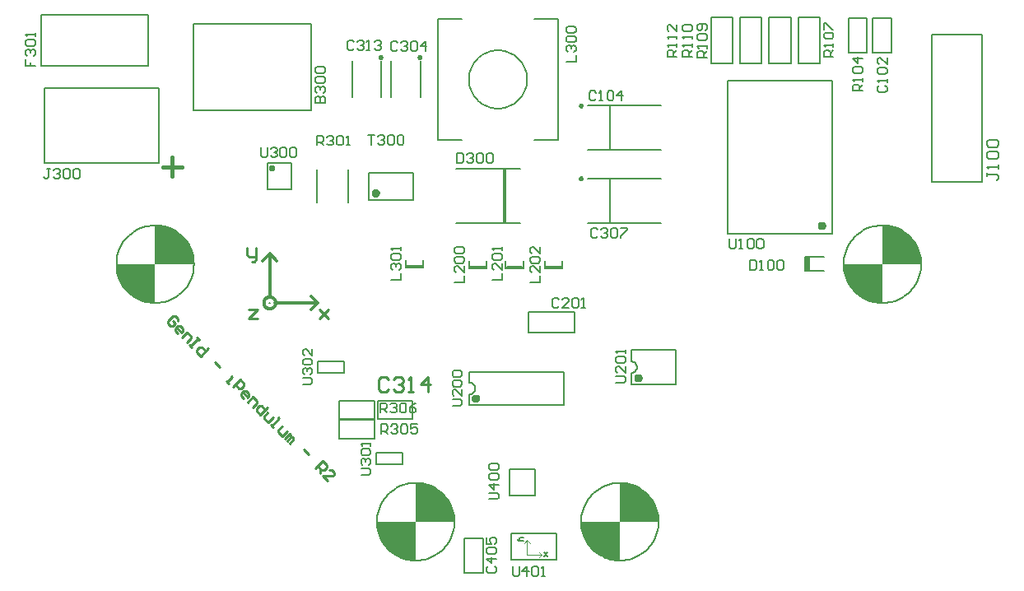
<source format=gto>
%FSTAX23Y23*%
%MOIN*%
%SFA1B1*%

%IPPOS*%
%ADD38C,0.016000*%
%ADD39C,0.008000*%
%ADD42C,0.012000*%
%ADD54C,0.010000*%
%ADD55C,0.004000*%
%ADD56C,0.010000*%
%ADD57C,0.011000*%
%ADD58C,0.009000*%
%ADD59C,0.005000*%
%ADD60R,0.022000X0.055000*%
%LNpendulum-1*%
%LPD*%
G36*
X02402Y00843D02*
X02421Y00839D01*
X02433Y00831*
X02445Y00827*
X02461Y00815*
X02488Y00787*
X02496Y0078*
X02504Y00768*
X02508Y00752*
X02512Y00744*
X02516Y00724*
X0252Y00713*
Y0069*
X02521Y00689*
X02362*
Y00846*
X0239*
X02402Y00843*
G37*
G36*
X03228D02*
X03248Y00839D01*
X0326Y00831*
X03272Y00827*
X03287Y00815*
X03315Y00787*
X03323Y0078*
X03331Y00768*
X03335Y00752*
X03339Y00744*
X03343Y00724*
X03346Y00713*
Y0069*
X03348Y00689*
X03189*
Y00846*
X03217*
X03228Y00843*
G37*
G36*
X02362Y00531D02*
X02335D01*
X02323Y00535*
X02303Y00539*
X02291Y00547*
X0228Y00551*
X02264Y00563*
X02236Y00591*
X02232Y00598*
X02224Y0061*
X02217Y00626*
X02213Y00634*
X02209Y00654*
X02205Y00665*
Y00688*
X02203Y00689*
X02362*
Y00531*
G37*
G36*
X03189D02*
X03161D01*
X0315Y00535*
X0313Y00539*
X03118Y00547*
X03106Y00551*
X03091Y00563*
X03063Y00591*
X03059Y00598*
X03051Y0061*
X03043Y00626*
X03039Y00634*
X03035Y00654*
X03031Y00665*
Y00688*
X0303Y00689*
X03189*
Y00531*
G37*
G36*
X01346Y01886D02*
X01366Y01882D01*
X01378Y01874*
X0139Y0187*
X01406Y01858*
X01433Y01831*
X01441Y01823*
X01449Y01811*
X01453Y01795*
X01457Y01787*
X01461Y01768*
X01465Y01756*
Y01734*
X01466Y01732*
X01307*
Y0189*
X01335*
X01346Y01886*
G37*
G36*
X04291D02*
X04311Y01882D01*
X04323Y01874*
X04335Y0187*
X0435Y01858*
X04378Y01831*
X04386Y01823*
X04394Y01811*
X04398Y01795*
X04402Y01787*
X04406Y01768*
X04409Y01756*
Y01734*
X04411Y01732*
X04252*
Y0189*
X0428*
X04291Y01886*
G37*
G36*
X01307Y01575D02*
X0128D01*
X01268Y01579*
X01248Y01583*
X01236Y01591*
X01224Y01594*
X01209Y01606*
X01181Y01634*
X01177Y01642*
X01169Y01654*
X01161Y01669*
X01157Y01677*
X01154Y01697*
X0115Y01709*
Y01731*
X01148Y01732*
X01307*
Y01575*
G37*
G36*
X04252D02*
X04224D01*
X04213Y01579*
X04193Y01583*
X04181Y01591*
X04169Y01594*
X04154Y01606*
X04126Y01634*
X04122Y01642*
X04114Y01654*
X04106Y01669*
X04102Y01677*
X04098Y01697*
X04094Y01709*
Y01731*
X04093Y01732*
X04252*
Y01575*
G37*
G54D38*
X04016Y01888D02*
D01*
X04015Y01888*
X04015Y01889*
X04015Y01889*
X04015Y0189*
X04015Y0189*
X04015Y01891*
X04015Y01891*
X04014Y01892*
X04014Y01892*
X04014Y01893*
X04013Y01893*
X04013Y01893*
X04012Y01894*
X04012Y01894*
X04012Y01894*
X04011Y01895*
X0401Y01895*
X0401Y01895*
X04009Y01895*
X04009Y01895*
X04008Y01895*
X04008Y01895*
X04007*
X04007Y01895*
X04006Y01895*
X04006Y01895*
X04005Y01895*
X04005Y01895*
X04004Y01895*
X04004Y01894*
X04003Y01894*
X04003Y01894*
X04002Y01893*
X04002Y01893*
X04001Y01893*
X04001Y01892*
X04001Y01892*
X04Y01891*
X04Y01891*
X04Y0189*
X04Y0189*
X04Y01889*
X04Y01889*
X04Y01888*
X04Y01888*
X04Y01887*
X04Y01886*
X04Y01886*
X04Y01885*
X04Y01885*
X04Y01884*
X04Y01884*
X04001Y01883*
X04001Y01883*
X04001Y01882*
X04002Y01882*
X04002Y01882*
X04003Y01881*
X04003Y01881*
X04004Y01881*
X04004Y0188*
X04005Y0188*
X04005Y0188*
X04006Y0188*
X04006Y0188*
X04007Y0188*
X04007Y0188*
X04008*
X04008Y0188*
X04009Y0188*
X04009Y0188*
X0401Y0188*
X0401Y0188*
X04011Y0188*
X04012Y01881*
X04012Y01881*
X04012Y01881*
X04013Y01882*
X04013Y01882*
X04014Y01882*
X04014Y01883*
X04014Y01883*
X04015Y01884*
X04015Y01884*
X04015Y01885*
X04015Y01885*
X04015Y01886*
X04015Y01886*
X04015Y01887*
X04016Y01888*
X03272Y01272D02*
D01*
X03271Y01272*
X03271Y01273*
X03271Y01273*
X03271Y01274*
X03271Y01274*
X03271Y01275*
X03271Y01275*
X0327Y01276*
X0327Y01276*
X0327Y01277*
X03269Y01277*
X03269Y01277*
X03268Y01278*
X03268Y01278*
X03268Y01278*
X03267Y01279*
X03266Y01279*
X03266Y01279*
X03265Y01279*
X03265Y01279*
X03264Y01279*
X03264Y01279*
X03263*
X03263Y01279*
X03262Y01279*
X03262Y01279*
X03261Y01279*
X03261Y01279*
X0326Y01279*
X0326Y01278*
X03259Y01278*
X03259Y01278*
X03258Y01277*
X03258Y01277*
X03257Y01277*
X03257Y01276*
X03257Y01276*
X03256Y01275*
X03256Y01275*
X03256Y01274*
X03256Y01274*
X03256Y01273*
X03256Y01273*
X03256Y01272*
X03256Y01272*
X03256Y01271*
X03256Y0127*
X03256Y0127*
X03256Y01269*
X03256Y01269*
X03256Y01268*
X03256Y01268*
X03257Y01267*
X03257Y01267*
X03257Y01266*
X03258Y01266*
X03258Y01266*
X03259Y01265*
X03259Y01265*
X0326Y01265*
X0326Y01264*
X03261Y01264*
X03261Y01264*
X03262Y01264*
X03262Y01264*
X03263Y01264*
X03263Y01264*
X03264*
X03264Y01264*
X03265Y01264*
X03265Y01264*
X03266Y01264*
X03266Y01264*
X03267Y01264*
X03268Y01265*
X03268Y01265*
X03268Y01265*
X03269Y01266*
X03269Y01266*
X0327Y01266*
X0327Y01267*
X0327Y01267*
X03271Y01268*
X03271Y01268*
X03271Y01269*
X03271Y01269*
X03271Y0127*
X03271Y0127*
X03271Y01271*
X03272Y01272*
X02614Y01189D02*
D01*
X02613Y01189*
X02613Y0119*
X02613Y0119*
X02613Y01191*
X02613Y01191*
X02613Y01192*
X02613Y01192*
X02612Y01193*
X02612Y01193*
X02612Y01194*
X02611Y01194*
X02611Y01194*
X0261Y01195*
X0261Y01195*
X0261Y01195*
X02609Y01196*
X02608Y01196*
X02608Y01196*
X02607Y01196*
X02607Y01196*
X02606Y01196*
X02606Y01196*
X02605*
X02605Y01196*
X02604Y01196*
X02604Y01196*
X02603Y01196*
X02603Y01196*
X02602Y01196*
X02602Y01195*
X02601Y01195*
X02601Y01195*
X026Y01194*
X026Y01194*
X02599Y01194*
X02599Y01193*
X02599Y01193*
X02598Y01192*
X02598Y01192*
X02598Y01191*
X02598Y01191*
X02598Y0119*
X02598Y0119*
X02598Y01189*
X02598Y01189*
X02598Y01188*
X02598Y01187*
X02598Y01187*
X02598Y01186*
X02598Y01186*
X02598Y01185*
X02598Y01185*
X02599Y01184*
X02599Y01184*
X02599Y01183*
X026Y01183*
X026Y01183*
X02601Y01182*
X02601Y01182*
X02602Y01182*
X02602Y01181*
X02603Y01181*
X02603Y01181*
X02604Y01181*
X02604Y01181*
X02605Y01181*
X02605Y01181*
X02606*
X02606Y01181*
X02607Y01181*
X02607Y01181*
X02608Y01181*
X02608Y01181*
X02609Y01181*
X0261Y01182*
X0261Y01182*
X0261Y01182*
X02611Y01183*
X02611Y01183*
X02612Y01183*
X02612Y01184*
X02612Y01184*
X02613Y01185*
X02613Y01185*
X02613Y01186*
X02613Y01186*
X02613Y01187*
X02613Y01187*
X02613Y01188*
X02614Y01189*
X01784Y02122D02*
D01*
X01783Y02122*
X01783Y02122*
X01783Y02122*
X01783Y02123*
X01783Y02123*
X01783Y02123*
X01783Y02123*
X01783Y02124*
X01783Y02124*
X01783Y02124*
X01782Y02124*
X01782Y02124*
X01782Y02125*
X01782Y02125*
X01782Y02125*
X01781Y02125*
X01781Y02125*
X01781Y02125*
X0178Y02125*
X0178Y02125*
X0178Y02125*
X0178Y02125*
X01779*
X01779Y02125*
X01779Y02125*
X01779Y02125*
X01778Y02125*
X01778Y02125*
X01778Y02125*
X01778Y02125*
X01777Y02125*
X01777Y02125*
X01777Y02124*
X01777Y02124*
X01776Y02124*
X01776Y02124*
X01776Y02124*
X01776Y02123*
X01776Y02123*
X01776Y02123*
X01776Y02123*
X01776Y02122*
X01776Y02122*
X01776Y02122*
X01776Y02122*
X01776Y02121*
X01776Y02121*
X01776Y02121*
X01776Y0212*
X01776Y0212*
X01776Y0212*
X01776Y0212*
X01776Y02119*
X01776Y02119*
X01776Y02119*
X01777Y02119*
X01777Y02119*
X01777Y02118*
X01777Y02118*
X01778Y02118*
X01778Y02118*
X01778Y02118*
X01778Y02118*
X01779Y02118*
X01779Y02118*
X01779Y02118*
X01779Y02118*
X0178*
X0178Y02118*
X0178Y02118*
X0178Y02118*
X01781Y02118*
X01781Y02118*
X01781Y02118*
X01782Y02118*
X01782Y02118*
X01782Y02118*
X01782Y02119*
X01782Y02119*
X01783Y02119*
X01783Y02119*
X01783Y02119*
X01783Y0212*
X01783Y0212*
X01783Y0212*
X01783Y0212*
X01783Y02121*
X01783Y02121*
X01783Y02121*
X01784Y02122*
X02209Y0202D02*
D01*
X02208Y0202*
X02208Y02021*
X02208Y02021*
X02208Y02022*
X02208Y02022*
X02208Y02023*
X02208Y02023*
X02207Y02024*
X02207Y02024*
X02207Y02025*
X02206Y02025*
X02206Y02025*
X02205Y02026*
X02205Y02026*
X02205Y02026*
X02204Y02027*
X02203Y02027*
X02203Y02027*
X02202Y02027*
X02202Y02027*
X02201Y02027*
X02201Y02027*
X022*
X022Y02027*
X02199Y02027*
X02199Y02027*
X02198Y02027*
X02198Y02027*
X02197Y02027*
X02197Y02026*
X02196Y02026*
X02196Y02026*
X02195Y02025*
X02195Y02025*
X02194Y02025*
X02194Y02024*
X02194Y02024*
X02193Y02023*
X02193Y02023*
X02193Y02022*
X02193Y02022*
X02193Y02021*
X02193Y02021*
X02193Y0202*
X02193Y0202*
X02193Y02019*
X02193Y02018*
X02193Y02018*
X02193Y02017*
X02193Y02017*
X02193Y02016*
X02193Y02016*
X02194Y02015*
X02194Y02015*
X02194Y02014*
X02195Y02014*
X02195Y02014*
X02196Y02013*
X02196Y02013*
X02197Y02013*
X02197Y02012*
X02198Y02012*
X02198Y02012*
X02199Y02012*
X02199Y02012*
X022Y02012*
X022Y02012*
X02201*
X02201Y02012*
X02202Y02012*
X02202Y02012*
X02203Y02012*
X02203Y02012*
X02204Y02012*
X02205Y02013*
X02205Y02013*
X02205Y02013*
X02206Y02014*
X02206Y02014*
X02207Y02014*
X02207Y02015*
X02207Y02015*
X02208Y02016*
X02208Y02016*
X02208Y02017*
X02208Y02017*
X02208Y02018*
X02208Y02018*
X02208Y02019*
X02209Y0202*
X01378Y02087D02*
Y02165D01*
X01339Y02126D02*
X01417D01*
G54D39*
X01775Y01575D02*
D01*
X01774Y01575*
X01774Y01575*
X01774Y01575*
X01774Y01575*
X01774Y01575*
X01774Y01575*
X01774Y01575*
X01774Y01576*
X01774Y01576*
X01774Y01576*
X01774Y01576*
X01774Y01576*
X01774Y01576*
X01774Y01576*
X01774Y01576*
X01773Y01576*
X01773Y01576*
X01773Y01576*
X01773Y01576*
X01773Y01576*
X01773Y01576*
X01773Y01576*
X01772*
X01772Y01576*
X01772Y01576*
X01772Y01576*
X01772Y01576*
X01772Y01576*
X01772Y01576*
X01772Y01576*
X01771Y01576*
X01771Y01576*
X01771Y01576*
X01771Y01576*
X01771Y01576*
X01771Y01576*
X01771Y01576*
X01771Y01575*
X01771Y01575*
X01771Y01575*
X01771Y01575*
X01771Y01575*
X01771Y01575*
X01771Y01575*
X01771Y01575*
X01771Y01574*
X01771Y01574*
X01771Y01574*
X01771Y01574*
X01771Y01574*
X01771Y01574*
X01771Y01574*
X01771Y01573*
X01771Y01573*
X01771Y01573*
X01771Y01573*
X01771Y01573*
X01771Y01573*
X01771Y01573*
X01772Y01573*
X01772Y01573*
X01772Y01573*
X01772Y01573*
X01772Y01573*
X01772Y01573*
X01772Y01573*
X01772Y01573*
X01773*
X01773Y01573*
X01773Y01573*
X01773Y01573*
X01773Y01573*
X01773Y01573*
X01773Y01573*
X01774Y01573*
X01774Y01573*
X01774Y01573*
X01774Y01573*
X01774Y01573*
X01774Y01573*
X01774Y01573*
X01774Y01573*
X01774Y01574*
X01774Y01574*
X01774Y01574*
X01774Y01574*
X01774Y01574*
X01774Y01574*
X01774Y01574*
X01775Y01575*
X03236Y01291D02*
D01*
X03237Y01291*
X03239Y01291*
X0324Y01291*
X03242Y01291*
X03244Y01292*
X03245Y01293*
X03247Y01293*
X03248Y01294*
X0325Y01295*
X03251Y01296*
X03252Y01297*
X03253Y01298*
X03254Y013*
X03255Y01301*
X03256Y01303*
X03257Y01304*
X03258Y01306*
X03258Y01307*
X03259Y01309*
X03259Y0131*
X03259Y01312*
X03259Y01314*
Y01315*
X03259Y01317*
X03259Y01319*
X03259Y0132*
X03258Y01322*
X03258Y01323*
X03257Y01325*
X03256Y01327*
X03255Y01328*
X03254Y01329*
X03253Y01331*
X03252Y01332*
X03251Y01333*
X0325Y01334*
X03248Y01335*
X03247Y01336*
X03245Y01336*
X03244Y01337*
X03242Y01338*
X0324Y01338*
X03239Y01338*
X03237Y01338*
X03236Y01339*
X02581Y01205D02*
D01*
X02582Y01205*
X02584Y01205*
X02585Y01205*
X02587Y01205*
X02589Y01206*
X0259Y01207*
X02592Y01207*
X02593Y01208*
X02595Y01209*
X02596Y0121*
X02597Y01211*
X02598Y01212*
X02599Y01214*
X026Y01215*
X02601Y01217*
X02602Y01218*
X02603Y0122*
X02603Y01221*
X02604Y01223*
X02604Y01224*
X02604Y01226*
X02604Y01228*
Y01229*
X02604Y01231*
X02604Y01233*
X02604Y01234*
X02603Y01236*
X02603Y01237*
X02602Y01239*
X02601Y01241*
X026Y01242*
X02599Y01243*
X02598Y01245*
X02597Y01246*
X02596Y01247*
X02595Y01248*
X02593Y01249*
X02592Y0125*
X0259Y0125*
X02589Y01251*
X02587Y01252*
X02585Y01252*
X02584Y01252*
X02582Y01252*
X02581Y01252*
X02815Y0248D02*
D01*
X02814Y02488*
X02813Y02496*
X02812Y02504*
X0281Y02512*
X02807Y0252*
X02804Y02527*
X02801Y02535*
X02797Y02542*
X02792Y02549*
X02787Y02555*
X02781Y02561*
X02775Y02567*
X02769Y02572*
X02762Y02577*
X02756Y02582*
X02748Y02586*
X02741Y02589*
X02733Y02592*
X02725Y02594*
X02717Y02596*
X02709Y02597*
X02701Y02597*
X02692*
X02684Y02597*
X02676Y02596*
X02668Y02594*
X0266Y02592*
X02652Y02589*
X02645Y02586*
X02638Y02582*
X02631Y02577*
X02624Y02572*
X02618Y02567*
X02612Y02561*
X02606Y02555*
X02601Y02549*
X02596Y02542*
X02592Y02535*
X02589Y02527*
X02586Y0252*
X02583Y02512*
X02581Y02504*
X0258Y02496*
X02579Y02488*
X02579Y0248*
X02579Y02471*
X0258Y02463*
X02581Y02455*
X02583Y02447*
X02586Y02439*
X02589Y02432*
X02592Y02424*
X02596Y02417*
X02601Y0241*
X02606Y02404*
X02612Y02398*
X02618Y02392*
X02624Y02387*
X02631Y02382*
X02638Y02377*
X02645Y02373*
X02652Y0237*
X0266Y02367*
X02668Y02365*
X02676Y02363*
X02684Y02362*
X02692Y02362*
X02701*
X02709Y02362*
X02717Y02363*
X02725Y02365*
X02733Y02367*
X02741Y0237*
X02748Y02373*
X02756Y02377*
X02762Y02382*
X02769Y02387*
X02775Y02392*
X02781Y02398*
X02787Y02404*
X02792Y0241*
X02797Y02417*
X02801Y02424*
X02804Y02432*
X02807Y02439*
X0281Y02447*
X02812Y02455*
X02813Y02463*
X02814Y02471*
X02815Y0248*
X03348Y00689D02*
D01*
X03347Y00699*
X03346Y0071*
X03344Y00721*
X03341Y00732*
X03338Y00742*
X03334Y00752*
X03329Y00762*
X03324Y00772*
X03318Y00781*
X03311Y00789*
X03303Y00798*
X03296Y00805*
X03287Y00812*
X03278Y00819*
X03269Y00824*
X03259Y0083*
X03249Y00834*
X03239Y00838*
X03228Y00841*
X03218Y00843*
X03207Y00845*
X03196Y00845*
X03185*
X03174Y00845*
X03163Y00843*
X03153Y00841*
X03142Y00838*
X03132Y00834*
X03122Y0083*
X03112Y00824*
X03103Y00819*
X03094Y00812*
X03085Y00805*
X03078Y00798*
X0307Y00789*
X03063Y00781*
X03057Y00772*
X03052Y00762*
X03047Y00752*
X03043Y00742*
X0304Y00732*
X03037Y00721*
X03035Y0071*
X03034Y00699*
X03034Y00689*
X03034Y00678*
X03035Y00667*
X03037Y00656*
X0304Y00645*
X03043Y00635*
X03047Y00625*
X03052Y00615*
X03057Y00605*
X03063Y00596*
X0307Y00588*
X03078Y00579*
X03085Y00572*
X03094Y00565*
X03103Y00558*
X03112Y00553*
X03122Y00547*
X03132Y00543*
X03142Y00539*
X03153Y00536*
X03163Y00534*
X03174Y00532*
X03185Y00532*
X03196*
X03207Y00532*
X03218Y00534*
X03228Y00536*
X03239Y00539*
X03249Y00543*
X03259Y00547*
X03269Y00553*
X03278Y00558*
X03287Y00565*
X03296Y00572*
X03303Y00579*
X03311Y00588*
X03318Y00596*
X03324Y00605*
X03329Y00615*
X03334Y00625*
X03338Y00635*
X03341Y00645*
X03344Y00656*
X03346Y00667*
X03347Y00678*
X03348Y00689*
X02521D02*
D01*
X0252Y00699*
X02519Y0071*
X02517Y00721*
X02514Y00732*
X02511Y00742*
X02507Y00752*
X02502Y00762*
X02497Y00772*
X02491Y00781*
X02484Y00789*
X02476Y00798*
X02469Y00805*
X0246Y00812*
X02451Y00819*
X02442Y00824*
X02432Y0083*
X02422Y00834*
X02412Y00838*
X02401Y00841*
X02391Y00843*
X0238Y00845*
X02369Y00845*
X02358*
X02347Y00845*
X02336Y00843*
X02326Y00841*
X02315Y00838*
X02305Y00834*
X02295Y0083*
X02285Y00824*
X02276Y00819*
X02267Y00812*
X02258Y00805*
X02251Y00798*
X02243Y00789*
X02236Y00781*
X0223Y00772*
X02225Y00762*
X0222Y00752*
X02216Y00742*
X02213Y00732*
X0221Y00721*
X02208Y0071*
X02207Y00699*
X02207Y00689*
X02207Y00678*
X02208Y00667*
X0221Y00656*
X02213Y00645*
X02216Y00635*
X0222Y00625*
X02225Y00615*
X0223Y00605*
X02236Y00596*
X02243Y00588*
X02251Y00579*
X02258Y00572*
X02267Y00565*
X02276Y00558*
X02285Y00553*
X02295Y00547*
X02305Y00543*
X02315Y00539*
X02326Y00536*
X02336Y00534*
X02347Y00532*
X02358Y00532*
X02369*
X0238Y00532*
X02391Y00534*
X02401Y00536*
X02412Y00539*
X02422Y00543*
X02432Y00547*
X02442Y00553*
X02451Y00558*
X0246Y00565*
X02469Y00572*
X02476Y00579*
X02484Y00588*
X02491Y00596*
X02497Y00605*
X02502Y00615*
X02507Y00625*
X02511Y00635*
X02514Y00645*
X02517Y00656*
X02519Y00667*
X0252Y00678*
X02521Y00689*
X01466Y01732D02*
D01*
X01465Y01742*
X01464Y01753*
X01462Y01764*
X01459Y01775*
X01456Y01785*
X01452Y01795*
X01447Y01805*
X01442Y01815*
X01436Y01824*
X01429Y01832*
X01421Y01841*
X01414Y01848*
X01405Y01855*
X01396Y01862*
X01387Y01867*
X01377Y01873*
X01367Y01877*
X01357Y01881*
X01346Y01884*
X01336Y01886*
X01325Y01888*
X01314Y01888*
X01303*
X01292Y01888*
X01281Y01886*
X01271Y01884*
X0126Y01881*
X0125Y01877*
X0124Y01873*
X0123Y01867*
X01221Y01862*
X01212Y01855*
X01203Y01848*
X01196Y01841*
X01188Y01832*
X01181Y01824*
X01175Y01815*
X0117Y01805*
X01165Y01795*
X01161Y01785*
X01158Y01775*
X01155Y01764*
X01153Y01753*
X01152Y01742*
X01152Y01732*
X01152Y01721*
X01153Y0171*
X01155Y01699*
X01158Y01688*
X01161Y01678*
X01165Y01668*
X0117Y01658*
X01175Y01648*
X01181Y01639*
X01188Y01631*
X01196Y01622*
X01203Y01615*
X01212Y01608*
X01221Y01601*
X0123Y01596*
X0124Y0159*
X0125Y01586*
X0126Y01582*
X01271Y01579*
X01281Y01577*
X01292Y01575*
X01303Y01575*
X01314*
X01325Y01575*
X01336Y01577*
X01346Y01579*
X01357Y01582*
X01367Y01586*
X01377Y0159*
X01387Y01596*
X01396Y01601*
X01405Y01608*
X01414Y01615*
X01421Y01622*
X01429Y01631*
X01436Y01639*
X01442Y01648*
X01447Y01658*
X01452Y01668*
X01456Y01678*
X01459Y01688*
X01462Y01699*
X01464Y0171*
X01465Y01721*
X01466Y01732*
X04411D02*
D01*
X0441Y01742*
X04409Y01753*
X04407Y01764*
X04404Y01775*
X04401Y01785*
X04397Y01795*
X04392Y01805*
X04387Y01815*
X04381Y01824*
X04374Y01832*
X04366Y01841*
X04359Y01848*
X0435Y01855*
X04341Y01862*
X04332Y01867*
X04322Y01873*
X04312Y01877*
X04302Y01881*
X04291Y01884*
X04281Y01886*
X0427Y01888*
X04259Y01888*
X04248*
X04237Y01888*
X04226Y01886*
X04216Y01884*
X04205Y01881*
X04195Y01877*
X04185Y01873*
X04175Y01867*
X04166Y01862*
X04157Y01855*
X04148Y01848*
X04141Y01841*
X04133Y01832*
X04126Y01824*
X0412Y01815*
X04115Y01805*
X0411Y01795*
X04106Y01785*
X04103Y01775*
X041Y01764*
X04098Y01753*
X04097Y01742*
X04097Y01732*
X04097Y01721*
X04098Y0171*
X041Y01699*
X04103Y01688*
X04106Y01678*
X0411Y01668*
X04115Y01658*
X0412Y01648*
X04126Y01639*
X04133Y01631*
X04141Y01622*
X04148Y01615*
X04157Y01608*
X04166Y01601*
X04175Y01596*
X04185Y0159*
X04195Y01586*
X04205Y01582*
X04216Y01579*
X04226Y01577*
X04237Y01575*
X04248Y01575*
X04259*
X0427Y01575*
X04281Y01577*
X04291Y01579*
X04302Y01582*
X04312Y01586*
X04322Y0159*
X04332Y01596*
X04341Y01601*
X0435Y01608*
X04359Y01615*
X04366Y01622*
X04374Y01631*
X04381Y01639*
X04387Y01648*
X04392Y01658*
X04397Y01668*
X04401Y01678*
X04404Y01688*
X04407Y01699*
X04409Y0171*
X0441Y01721*
X04411Y01732*
X0086Y02445D02*
X01325D01*
Y02142D02*
Y02445D01*
X0086Y02142D02*
X01325D01*
X0086D02*
Y02445D01*
X0194Y02353D02*
Y02703D01*
X01465Y02353D02*
X0194D01*
X01465D02*
Y02703D01*
X0194*
X04049Y0247D02*
X04051Y02472D01*
X03628Y01856D02*
X04049D01*
Y0247*
Y02474D02*
X04051Y02472D01*
X03628Y02474D02*
X04049D01*
X03628Y01856D02*
Y02474D01*
X02106Y02407D02*
Y02553D01*
X02224Y02407D02*
Y02553D01*
X00846Y02533D02*
X0128D01*
X00846Y02742D02*
X0128D01*
X00846Y02533D02*
Y02742D01*
X0128Y02533D02*
Y02742D01*
X02055Y01179D02*
X02197D01*
X02055Y01104D02*
X02197D01*
X02055D02*
Y01179D01*
X02197Y01104D02*
Y01179D01*
X02055Y01026D02*
X02197D01*
X02055Y011D02*
X02197D01*
Y01026D02*
Y011D01*
X02055Y01026D02*
Y011D01*
X01965Y0198D02*
Y02114D01*
X02091Y0198D02*
Y02114D01*
X03559Y02543D02*
X03646D01*
X03559Y02732D02*
X03646D01*
Y02543D02*
Y02732D01*
X03559Y02543D02*
Y02732D01*
X03677Y02543D02*
X03764D01*
X03677Y02732D02*
X03764D01*
Y02543D02*
Y02732D01*
X03677Y02543D02*
Y02732D01*
X03795Y02543D02*
X03882D01*
X03795Y02732D02*
X03882D01*
Y02543D02*
Y02732D01*
X03795Y02543D02*
Y02732D01*
X03913Y02543D02*
X04D01*
X03913Y02732D02*
X04D01*
Y02543D02*
Y02732D01*
X03913Y02543D02*
Y02732D01*
X04191Y02587D02*
Y02728D01*
X04116Y02587D02*
Y02728D01*
X04191*
X04116Y02587D02*
X04191D01*
X02528Y02118D02*
X02669D01*
X02528Y01898D02*
X02787D01*
X02669Y02118D02*
X02787D01*
X02726Y01898D02*
Y02118D01*
X02719Y01898D02*
Y02118D01*
X04215Y02728D02*
X04289D01*
X04215Y02587D02*
X04289D01*
Y02728*
X04215Y02587D02*
Y02728D01*
X03236Y01386D02*
X03417D01*
X03236Y01244D02*
X03417D01*
Y01386*
X03236Y01339D02*
Y01386D01*
Y01244D02*
Y01291D01*
X02819Y01453D02*
X03008D01*
X02819Y01539D02*
X03008D01*
X02819Y01453D02*
Y01539D01*
X03008Y01453D02*
Y01539D01*
X02327Y01724D02*
X0239D01*
X02323Y01717D02*
Y01748D01*
X02394Y01717D02*
Y01748D01*
X02323Y01717D02*
X02394D01*
X02073Y01291D02*
Y01339D01*
X01967D02*
X02073D01*
X01967Y01291D02*
Y01339D01*
Y01291D02*
X02073D01*
X02309Y00921D02*
Y00969D01*
X02203D02*
X02309D01*
X02203Y00921D02*
Y00969D01*
Y00921D02*
X02309D01*
X02561Y00622D02*
X02636D01*
X02561Y0048D02*
X02636D01*
Y00622*
X02561Y0048D02*
Y00622D01*
X02848Y00793D02*
Y009D01*
X02742Y00793D02*
X02848D01*
X02742D02*
Y009D01*
X02744D02*
D01*
X02848*
X02742D02*
X02744D01*
X02935Y00533D02*
Y0064D01*
X0275Y00533D02*
X02935D01*
X0275D02*
Y0064D01*
X02935*
X02579Y01295D02*
X02965D01*
X02579Y01161D02*
X02965D01*
Y01295*
X02579Y01252D02*
Y01295D01*
Y01161D02*
Y01205D01*
X02583Y0172D02*
X02646D01*
X02579Y01713D02*
Y01744D01*
X0265Y01713D02*
Y01744D01*
X02579Y01713D02*
X0265D01*
X02732Y0172D02*
X02795D01*
X02728Y01713D02*
Y01744D01*
X02799Y01713D02*
Y01744D01*
X02728Y01713D02*
X02799D01*
X0289Y0172D02*
X02953D01*
X02886Y01713D02*
Y01744D01*
X02957Y01713D02*
Y01744D01*
X02886Y01713D02*
X02957D01*
X02453Y02236D02*
X02551D01*
X02453Y02724D02*
X02551D01*
X02843Y02236D02*
X02941D01*
X02843Y02724D02*
X02941D01*
X02453Y02236D02*
Y02724D01*
X02941Y02236D02*
Y02724D01*
X01762Y02033D02*
Y0214D01*
X01861Y02033D02*
Y0214D01*
X01762D02*
X01861D01*
X01762Y02033D02*
X01861D01*
X03939Y01705D02*
X04018D01*
X03939Y0176D02*
X04018D01*
X03939Y01705D02*
Y0176D01*
X03059Y02193D02*
X03358D01*
X03059Y02374D02*
X03358D01*
X0315Y02193D02*
Y02374D01*
X03059Y01898D02*
X03358D01*
X03059Y02079D02*
X03358D01*
X0315Y01898D02*
Y02079D01*
X02382Y02407D02*
Y02553D01*
X02264Y02407D02*
Y02553D01*
X02354Y01992D02*
Y02102D01*
X02173Y01992D02*
Y02102D01*
X02354*
X02173Y01992D02*
X02354D01*
X04656Y02063D02*
Y02661D01*
X04455D02*
X04656D01*
X04455Y02063D02*
Y02661D01*
Y02063D02*
X04656D01*
X02209Y01179D02*
X0235D01*
X02209Y01104D02*
X0235D01*
X02209D02*
Y01179D01*
X0235Y01104D02*
Y01179D01*
X00885Y02118D02*
X00871D01*
X00878*
Y02085*
X00871Y02079*
X00865*
X00858Y02085*
X00898Y02112D02*
X00904Y02118D01*
X00917*
X00924Y02112*
Y02105*
X00917Y02098*
X00911*
X00917*
X00924Y02092*
Y02085*
X00917Y02079*
X00904*
X00898Y02085*
X00937Y02112D02*
X00944Y02118D01*
X00957*
X00963Y02112*
Y02085*
X00957Y02079*
X00944*
X00937Y02085*
Y02112*
X00976D02*
X00983Y02118D01*
X00996*
X01003Y02112*
Y02085*
X00996Y02079*
X00983*
X00976Y02085*
Y02112*
X01957Y02386D02*
X01996D01*
Y02406*
X0199Y02412*
X01983*
X01976Y02406*
Y02386*
Y02406*
X0197Y02412*
X01963*
X01957Y02406*
Y02386*
X01963Y02425D02*
X01957Y02432D01*
Y02445*
X01963Y02451*
X0197*
X01976Y02445*
Y02438*
Y02445*
X01983Y02451*
X0199*
X01996Y02445*
Y02432*
X0199Y02425*
X01963Y02465D02*
X01957Y02471D01*
Y02484*
X01963Y02491*
X0199*
X01996Y02484*
Y02471*
X0199Y02465*
X01963*
Y02504D02*
X01957Y0251D01*
Y02524*
X01963Y0253*
X0199*
X01996Y02524*
Y0251*
X0199Y02504*
X01963*
X03634Y01835D02*
Y01802D01*
X0364Y01795*
X03654*
X0366Y01802*
Y01835*
X03673Y01795D02*
X03686D01*
X0368*
Y01835*
X03673Y01828*
X03706D02*
X03713Y01835D01*
X03726*
X03732Y01828*
Y01802*
X03726Y01795*
X03713*
X03706Y01802*
Y01828*
X03745D02*
X03752Y01835D01*
X03765*
X03772Y01828*
Y01802*
X03765Y01795*
X03752*
X03745Y01802*
Y01828*
X02113Y02631D02*
X02106Y02638D01*
X02093*
X02087Y02631*
Y02605*
X02093Y02598*
X02106*
X02113Y02605*
X02126Y02631D02*
X02133Y02638D01*
X02146*
X02152Y02631*
Y02625*
X02146Y02618*
X02139*
X02146*
X02152Y02612*
Y02605*
X02146Y02598*
X02133*
X02126Y02605*
X02165Y02598D02*
X02178D01*
X02172*
Y02638*
X02165Y02631*
X02198D02*
X02205Y02638D01*
X02218*
X02224Y02631*
Y02625*
X02218Y02618*
X02211*
X02218*
X02224Y02612*
Y02605*
X02218Y02598*
X02205*
X02198Y02605*
X00783Y02562D02*
Y02535D01*
X00803*
Y02549*
Y02535*
X00823*
X0079Y02575D02*
X00783Y02581D01*
Y02594*
X0079Y02601*
X00797*
X00803Y02594*
Y02588*
Y02594*
X0081Y02601*
X00816*
X00823Y02594*
Y02581*
X00816Y02575*
X0079Y02614D02*
X00783Y02621D01*
Y02634*
X0079Y0264*
X00816*
X00823Y02634*
Y02621*
X00816Y02614*
X0079*
X00823Y02654D02*
Y02667D01*
Y0266*
X00783*
X0079Y02654*
X0222Y0113D02*
Y01169D01*
X0224*
X02247Y01163*
Y0115*
X0224Y01143*
X0222*
X02234D02*
X02247Y0113D01*
X0226Y01163D02*
X02266Y01169D01*
X0228*
X02286Y01163*
Y01156*
X0228Y0115*
X02273*
X0228*
X02286Y01143*
Y01136*
X0228Y0113*
X02266*
X0226Y01136*
X02299Y01163D02*
X02306Y01169D01*
X02319*
X02325Y01163*
Y01136*
X02319Y0113*
X02306*
X02299Y01136*
Y01163*
X02365Y01169D02*
X02352Y01163D01*
X02339Y0115*
Y01136*
X02345Y0113*
X02358*
X02365Y01136*
Y01143*
X02358Y0115*
X02339*
X02224Y01043D02*
Y01083D01*
X02244*
X02251Y01076*
Y01063*
X02244Y01056*
X02224*
X02238D02*
X02251Y01043D01*
X02264Y01076D02*
X0227Y01083D01*
X02283*
X0229Y01076*
Y0107*
X02283Y01063*
X02277*
X02283*
X0229Y01056*
Y0105*
X02283Y01043*
X0227*
X02264Y0105*
X02303Y01076D02*
X0231Y01083D01*
X02323*
X02329Y01076*
Y0105*
X02323Y01043*
X0231*
X02303Y0105*
Y01076*
X02369Y01083D02*
X02342D01*
Y01063*
X02356Y0107*
X02362*
X02369Y01063*
Y0105*
X02362Y01043*
X02349*
X02342Y0105*
X04239Y02455D02*
X04232Y02449D01*
Y02436*
X04239Y02429*
X04265*
X04272Y02436*
Y02449*
X04265Y02455*
X04272Y02468D02*
Y02482D01*
Y02475*
X04232*
X04239Y02468*
Y02501D02*
X04232Y02508D01*
Y02521*
X04239Y02528*
X04265*
X04272Y02521*
Y02508*
X04265Y02501*
X04239*
X04272Y02567D02*
Y02541D01*
X04245Y02567*
X04239*
X04232Y0256*
Y02547*
X04239Y02541*
X03093Y02426D02*
X03087Y02433D01*
X03073*
X03067Y02426*
Y024*
X03073Y02394*
X03087*
X03093Y024*
X03106Y02394D02*
X03119D01*
X03113*
Y02433*
X03106Y02426*
X03139D02*
X03146Y02433D01*
X03159*
X03165Y02426*
Y024*
X03159Y02394*
X03146*
X03139Y024*
Y02426*
X03198Y02394D02*
Y02433D01*
X03178Y02413*
X03205*
X02944Y01588D02*
X02937Y01594D01*
X02924*
X02917Y01588*
Y01562*
X02924Y01555*
X02937*
X02944Y01562*
X02983Y01555D02*
X02957D01*
X02983Y01581*
Y01588*
X02976Y01594*
X02963*
X02957Y01588*
X02996D02*
X03003Y01594D01*
X03016*
X03022Y01588*
Y01562*
X03016Y01555*
X03003*
X02996Y01562*
Y01588*
X03035Y01555D02*
X03049D01*
X03042*
Y01594*
X03035Y01588*
X0229Y02627D02*
X02283Y02634D01*
X0227*
X02264Y02627*
Y02601*
X0227Y02594*
X02283*
X0229Y02601*
X02303Y02627D02*
X0231Y02634D01*
X02323*
X02329Y02627*
Y02621*
X02323Y02614*
X02316*
X02323*
X02329Y02608*
Y02601*
X02323Y02594*
X0231*
X02303Y02601*
X02342Y02627D02*
X02349Y02634D01*
X02362*
X02369Y02627*
Y02601*
X02362Y02594*
X02349*
X02342Y02601*
Y02627*
X02402Y02594D02*
Y02634D01*
X02382Y02614*
X02408*
X03101Y01871D02*
X03094Y01878D01*
X03081*
X03075Y01871*
Y01845*
X03081Y01839*
X03094*
X03101Y01845*
X03114Y01871D02*
X03121Y01878D01*
X03134*
X0314Y01871*
Y01865*
X03134Y01858*
X03127*
X03134*
X0314Y01852*
Y01845*
X03134Y01839*
X03121*
X03114Y01845*
X03154Y01871D02*
X0316Y01878D01*
X03173*
X0318Y01871*
Y01845*
X03173Y01839*
X0316*
X03154Y01845*
Y01871*
X03193Y01878D02*
X03219D01*
Y01871*
X03193Y01845*
Y01839*
X02656Y00507D02*
X0265Y005D01*
Y00487*
X02656Y0048*
X02682*
X02689Y00487*
Y005*
X02682Y00507*
X02689Y00539D02*
X0265D01*
X02669Y0052*
Y00546*
X02656Y00559D02*
X0265Y00566D01*
Y00579*
X02656Y00585*
X02682*
X02689Y00579*
Y00566*
X02682Y00559*
X02656*
X0265Y00625D02*
Y00598D01*
X02669*
X02663Y00612*
Y00618*
X02669Y00625*
X02682*
X02689Y00618*
Y00605*
X02682Y00598*
X03717Y01748D02*
Y01709D01*
X03736*
X03743Y01715*
Y01741*
X03736Y01748*
X03717*
X03756Y01709D02*
X03769D01*
X03762*
Y01748*
X03756Y01741*
X03789D02*
X03795Y01748D01*
X03808*
X03815Y01741*
Y01715*
X03808Y01709*
X03795*
X03789Y01715*
Y01741*
X03828D02*
X03835Y01748D01*
X03848*
X03854Y01741*
Y01715*
X03848Y01709*
X03835*
X03828Y01715*
Y01741*
X02531Y02181D02*
Y02142D01*
X02551*
X02558Y02148*
Y02175*
X02551Y02181*
X02531*
X02571Y02175D02*
X02577Y02181D01*
X02591*
X02597Y02175*
Y02168*
X02591Y02161*
X02584*
X02591*
X02597Y02155*
Y02148*
X02591Y02142*
X02577*
X02571Y02148*
X0261Y02175D02*
X02617Y02181D01*
X0263*
X02636Y02175*
Y02148*
X0263Y02142*
X02617*
X0261Y02148*
Y02175*
X0265D02*
X02656Y02181D01*
X02669*
X02676Y02175*
Y02148*
X02669Y02142*
X02656*
X0265Y02148*
Y02175*
X0252Y01657D02*
X02559D01*
Y01684*
Y01723D02*
Y01697D01*
X02533Y01723*
X02526*
X0252Y01717*
Y01703*
X02526Y01697*
Y01736D02*
X0252Y01743D01*
Y01756*
X02526Y01762*
X02552*
X02559Y01756*
Y01743*
X02552Y01736*
X02526*
Y01776D02*
X0252Y01782D01*
Y01795*
X02526Y01802*
X02552*
X02559Y01795*
Y01782*
X02552Y01776*
X02526*
X02673Y01669D02*
X02713D01*
Y01696*
Y01735D02*
Y01709D01*
X02686Y01735*
X0268*
X02673Y01728*
Y01715*
X0268Y01709*
Y01748D02*
X02673Y01755D01*
Y01768*
X0268Y01774*
X02706*
X02713Y01768*
Y01755*
X02706Y01748*
X0268*
X02713Y01787D02*
Y018D01*
Y01794*
X02673*
X0268Y01787*
X02827Y01657D02*
X02866D01*
Y01684*
Y01723D02*
Y01697D01*
X0284Y01723*
X02833*
X02827Y01717*
Y01703*
X02833Y01697*
Y01736D02*
X02827Y01743D01*
Y01756*
X02833Y01762*
X0286*
X02866Y01756*
Y01743*
X0286Y01736*
X02833*
X02866Y01802D02*
Y01776D01*
X0284Y01802*
X02833*
X02827Y01795*
Y01782*
X02833Y01776*
X02972Y02551D02*
X03012D01*
Y02577*
X02979Y02591D02*
X02972Y02597D01*
Y0261*
X02979Y02617*
X02986*
X02992Y0261*
Y02604*
Y0261*
X02999Y02617*
X03005*
X03012Y0261*
Y02597*
X03005Y02591*
X02979Y0263D02*
X02972Y02636D01*
Y0265*
X02979Y02656*
X03005*
X03012Y0265*
Y02636*
X03005Y0263*
X02979*
Y02669D02*
X02972Y02676D01*
Y02689*
X02979Y02695*
X03005*
X03012Y02689*
Y02676*
X03005Y02669*
X02979*
X02264Y01669D02*
X02303D01*
Y01696*
X0227Y01709D02*
X02264Y01715D01*
Y01728*
X0227Y01735*
X02277*
X02283Y01728*
Y01722*
Y01728*
X0229Y01735*
X02297*
X02303Y01728*
Y01715*
X02297Y01709*
X0227Y01748D02*
X02264Y01755D01*
Y01768*
X0227Y01774*
X02297*
X02303Y01768*
Y01755*
X02297Y01748*
X0227*
X02303Y01787D02*
Y018D01*
Y01794*
X02264*
X0227Y01787*
X04173Y02433D02*
X04134D01*
Y02453*
X0414Y02459*
X04154*
X0416Y02453*
Y02433*
Y02446D02*
X04173Y02459D01*
Y02472D02*
Y02486D01*
Y02479*
X04134*
X0414Y02472*
Y02505D02*
X04134Y02512D01*
Y02525*
X0414Y02531*
X04167*
X04173Y02525*
Y02512*
X04167Y02505*
X0414*
X04173Y02564D02*
X04134D01*
X04154Y02545*
Y02571*
X04055D02*
X04016D01*
Y02591*
X04022Y02597*
X04035*
X04042Y02591*
Y02571*
Y02584D02*
X04055Y02597D01*
Y0261D02*
Y02623D01*
Y02617*
X04016*
X04022Y0261*
Y02643D02*
X04016Y0265D01*
Y02663*
X04022Y02669*
X04049*
X04055Y02663*
Y0265*
X04049Y02643*
X04022*
X04016Y02682D02*
Y02709D01*
X04022*
X04049Y02682*
X04055*
X03543Y02567D02*
X03504D01*
Y02587*
X03511Y02593*
X03524*
X0353Y02587*
Y02567*
Y0258D02*
X03543Y02593D01*
Y02606D02*
Y02619D01*
Y02613*
X03504*
X03511Y02606*
Y02639D02*
X03504Y02646D01*
Y02659*
X03511Y02665*
X03537*
X03543Y02659*
Y02646*
X03537Y02639*
X03511*
X03537Y02678D02*
X03543Y02685D01*
Y02698*
X03537Y02705*
X03511*
X03504Y02698*
Y02685*
X03511Y02678*
X03517*
X03524Y02685*
Y02705*
X03484Y02571D02*
X03445D01*
Y02591*
X03451Y02597*
X03465*
X03471Y02591*
Y02571*
Y02584D02*
X03484Y02597D01*
Y0261D02*
Y02623D01*
Y02617*
X03445*
X03451Y0261*
X03484Y02643D02*
Y02656D01*
Y0265*
X03445*
X03451Y02643*
Y02676D02*
X03445Y02682D01*
Y02695*
X03451Y02702*
X03478*
X03484Y02695*
Y02682*
X03478Y02676*
X03451*
X03421Y02571D02*
X03382D01*
Y02591*
X03388Y02597*
X03402*
X03408Y02591*
Y02571*
Y02584D02*
X03421Y02597D01*
Y0261D02*
Y02623D01*
Y02617*
X03382*
X03388Y0261*
X03421Y02643D02*
Y02656D01*
Y0265*
X03382*
X03388Y02643*
X03421Y02702D02*
Y02676D01*
X03395Y02702*
X03388*
X03382Y02695*
Y02682*
X03388Y02676*
X01965Y02213D02*
Y02252D01*
X01984*
X01991Y02245*
Y02232*
X01984Y02226*
X01965*
X01978D02*
X01991Y02213D01*
X02004Y02245D02*
X0201Y02252D01*
X02024*
X0203Y02245*
Y02239*
X02024Y02232*
X02017*
X02024*
X0203Y02226*
Y02219*
X02024Y02213*
X0201*
X02004Y02219*
X02043Y02245D02*
X0205Y02252D01*
X02063*
X0207Y02245*
Y02219*
X02063Y02213*
X0205*
X02043Y02219*
Y02245*
X02083Y02213D02*
X02096D01*
X02089*
Y02252*
X02083Y02245*
X02512Y01157D02*
X02545D01*
X02551Y01164*
Y01177*
X02545Y01184*
X02512*
X02551Y01223D02*
Y01197D01*
X02525Y01223*
X02518*
X02512Y01217*
Y01203*
X02518Y01197*
Y01236D02*
X02512Y01243D01*
Y01256*
X02518Y01262*
X02545*
X02551Y01256*
Y01243*
X02545Y01236*
X02518*
Y01276D02*
X02512Y01282D01*
Y01295*
X02518Y01302*
X02545*
X02551Y01295*
Y01282*
X02545Y01276*
X02518*
X03173Y01252D02*
X03206D01*
X03213Y01259*
Y01272*
X03206Y01278*
X03173*
X03213Y01318D02*
Y01291D01*
X03186Y01318*
X0318*
X03173Y01311*
Y01298*
X0318Y01291*
Y01331D02*
X03173Y01337D01*
Y0135*
X0318Y01357*
X03206*
X03213Y0135*
Y01337*
X03206Y01331*
X0318*
X03213Y0137D02*
Y01383D01*
Y01377*
X03173*
X0318Y0137*
X01736Y02205D02*
Y02172D01*
X01743Y02165*
X01756*
X01762Y02172*
Y02205*
X01776Y02198D02*
X01782Y02205D01*
X01795*
X01802Y02198*
Y02192*
X01795Y02185*
X01789*
X01795*
X01802Y02178*
Y02172*
X01795Y02165*
X01782*
X01776Y02172*
X01815Y02198D02*
X01821Y02205D01*
X01835*
X01841Y02198*
Y02172*
X01835Y02165*
X01821*
X01815Y02172*
Y02198*
X01854D02*
X01861Y02205D01*
X01874*
X01881Y02198*
Y02172*
X01874Y02165*
X01861*
X01854Y02172*
Y02198*
X02142Y00878D02*
X02175D01*
X02181Y00885*
Y00898*
X02175Y00904*
X02142*
X02148Y00917D02*
X02142Y00924D01*
Y00937*
X02148Y00944*
X02155*
X02161Y00937*
Y0093*
Y00937*
X02168Y00944*
X02175*
X02181Y00937*
Y00924*
X02175Y00917*
X02148Y00957D02*
X02142Y00963D01*
Y00976*
X02148Y00983*
X02175*
X02181Y00976*
Y00963*
X02175Y00957*
X02148*
X02181Y00996D02*
Y01009D01*
Y01003*
X02142*
X02148Y00996*
X01906Y01244D02*
X01938D01*
X01945Y01251*
Y01264*
X01938Y0127*
X01906*
X01912Y01283D02*
X01906Y0129D01*
Y01303*
X01912Y0131*
X01919*
X01925Y01303*
Y01297*
Y01303*
X01932Y0131*
X01938*
X01945Y01303*
Y0129*
X01938Y01283*
X01912Y01323D02*
X01906Y01329D01*
Y01342*
X01912Y01349*
X01938*
X01945Y01342*
Y01329*
X01938Y01323*
X01912*
X01945Y01388D02*
Y01362D01*
X01919Y01388*
X01912*
X01906Y01382*
Y01369*
X01912Y01362*
X02661Y0078D02*
X02694D01*
X02701Y00786*
Y00799*
X02694Y00806*
X02661*
X02701Y00839D02*
X02661D01*
X02681Y00819*
Y00845*
X02668Y00858D02*
X02661Y00865D01*
Y00878*
X02668Y00884*
X02694*
X02701Y00878*
Y00865*
X02694Y00858*
X02668*
Y00898D02*
X02661Y00904D01*
Y00917*
X02668Y00924*
X02694*
X02701Y00917*
Y00904*
X02694Y00898*
X02668*
X02756Y00508D02*
Y00475D01*
X02762Y00469*
X02776*
X02782Y00475*
Y00508*
X02815Y00469D02*
Y00508D01*
X02795Y00488*
X02822*
X02835Y00501D02*
X02841Y00508D01*
X02854*
X02861Y00501*
Y00475*
X02854Y00469*
X02841*
X02835Y00475*
Y00501*
X02874Y00469D02*
X02887D01*
X02881*
Y00508*
X02874Y00501*
X02171Y02254D02*
X02197D01*
X02184*
Y02215*
X0221Y02248D02*
X02217Y02254D01*
X0223*
X02236Y02248*
Y02241*
X0223Y02235*
X02223*
X0223*
X02236Y02228*
Y02221*
X0223Y02215*
X02217*
X0221Y02221*
X0225Y02248D02*
X02256Y02254D01*
X02269*
X02276Y02248*
Y02221*
X02269Y02215*
X02256*
X0225Y02221*
Y02248*
X02289D02*
X02296Y02254D01*
X02309*
X02315Y02248*
Y02221*
X02309Y02215*
X02296*
X02289Y02221*
Y02248*
X04677Y02102D02*
Y02087D01*
Y02094*
X04717*
X04724Y02087*
Y02079*
X04717Y02071*
X04724Y02118D02*
Y02134D01*
Y02126*
X04677*
X04685Y02118*
Y02157D02*
X04677Y02165D01*
Y02181*
X04685Y02189*
X04717*
X04724Y02181*
Y02165*
X04717Y02157*
X04685*
Y02205D02*
X04677Y02213D01*
Y02228*
X04685Y02236*
X04717*
X04724Y02228*
Y02213*
X04717Y02205*
X04685*
G54D42*
X01797Y01575D02*
D01*
X01796Y01576*
X01796Y01578*
X01796Y01579*
X01796Y01581*
X01795Y01583*
X01794Y01584*
X01794Y01586*
X01793Y01587*
X01792Y01589*
X01791Y0159*
X0179Y01591*
X01789Y01592*
X01787Y01593*
X01786Y01594*
X01785Y01595*
X01783Y01596*
X01781Y01597*
X0178Y01597*
X01778Y01598*
X01777Y01598*
X01775Y01598*
X01773Y01598*
X01772*
X0177Y01598*
X01768Y01598*
X01767Y01598*
X01765Y01597*
X01764Y01597*
X01762Y01596*
X01761Y01595*
X01759Y01594*
X01758Y01593*
X01756Y01592*
X01755Y01591*
X01754Y0159*
X01753Y01589*
X01752Y01587*
X01751Y01586*
X01751Y01584*
X0175Y01583*
X01749Y01581*
X01749Y01579*
X01749Y01578*
X01749Y01576*
X01749Y01575*
X01749Y01573*
X01749Y01571*
X01749Y0157*
X01749Y01568*
X0175Y01566*
X01751Y01565*
X01751Y01563*
X01752Y01562*
X01753Y0156*
X01754Y01559*
X01755Y01558*
X01756Y01557*
X01758Y01556*
X01759Y01555*
X01761Y01554*
X01762Y01553*
X01764Y01552*
X01765Y01552*
X01767Y01551*
X01768Y01551*
X0177Y01551*
X01772Y01551*
X01773*
X01775Y01551*
X01777Y01551*
X01778Y01551*
X0178Y01552*
X01781Y01552*
X01783Y01553*
X01785Y01554*
X01786Y01555*
X01787Y01556*
X01789Y01557*
X0179Y01558*
X01791Y01559*
X01792Y0156*
X01793Y01562*
X01794Y01563*
X01794Y01565*
X01795Y01566*
X01796Y01568*
X01796Y0157*
X01796Y01571*
X01796Y01573*
X01797Y01575*
X01941Y01548D02*
X01967Y01575D01*
X0194Y01602D02*
X01967Y01575D01*
X01773Y01773D02*
X01801Y01745D01*
X01744Y01744D02*
X01773Y01773D01*
X01795Y01575D02*
X01967D01*
X01773Y01597D02*
Y01772D01*
G54D54*
X02227Y0257D02*
D01*
X02226Y0257*
X02226Y0257*
X02226Y02571*
X02226Y02571*
X02226Y02571*
X02226Y02572*
X02226Y02572*
X02226Y02572*
X02226Y02572*
X02225Y02573*
X02225Y02573*
X02225Y02573*
X02225Y02573*
X02224Y02574*
X02224Y02574*
X02224Y02574*
X02223Y02574*
X02223Y02574*
X02223Y02574*
X02222Y02574*
X02222Y02574*
X02222Y02574*
X02221*
X02221Y02574*
X02221Y02574*
X0222Y02574*
X0222Y02574*
X0222Y02574*
X02219Y02574*
X02219Y02574*
X02219Y02574*
X02218Y02573*
X02218Y02573*
X02218Y02573*
X02218Y02573*
X02217Y02572*
X02217Y02572*
X02217Y02572*
X02217Y02572*
X02217Y02571*
X02217Y02571*
X02217Y02571*
X02217Y0257*
X02217Y0257*
X02217Y0257*
X02217Y02569*
X02217Y02569*
X02217Y02568*
X02217Y02568*
X02217Y02568*
X02217Y02567*
X02217Y02567*
X02217Y02567*
X02217Y02567*
X02218Y02566*
X02218Y02566*
X02218Y02566*
X02218Y02566*
X02219Y02565*
X02219Y02565*
X02219Y02565*
X0222Y02565*
X0222Y02565*
X0222Y02565*
X02221Y02565*
X02221Y02565*
X02221Y02565*
X02222*
X02222Y02565*
X02222Y02565*
X02223Y02565*
X02223Y02565*
X02223Y02565*
X02224Y02565*
X02224Y02565*
X02224Y02565*
X02225Y02566*
X02225Y02566*
X02225Y02566*
X02225Y02566*
X02226Y02567*
X02226Y02567*
X02226Y02567*
X02226Y02567*
X02226Y02568*
X02226Y02568*
X02226Y02568*
X02226Y02569*
X02226Y02569*
X02227Y0257*
X03038Y02374D02*
D01*
X03037Y02374*
X03037Y02374*
X03037Y02375*
X03037Y02375*
X03037Y02375*
X03037Y02376*
X03037Y02376*
X03037Y02376*
X03037Y02376*
X03036Y02377*
X03036Y02377*
X03036Y02377*
X03036Y02377*
X03035Y02378*
X03035Y02378*
X03035Y02378*
X03034Y02378*
X03034Y02378*
X03034Y02378*
X03033Y02378*
X03033Y02378*
X03033Y02378*
X03032*
X03032Y02378*
X03032Y02378*
X03031Y02378*
X03031Y02378*
X03031Y02378*
X0303Y02378*
X0303Y02378*
X0303Y02378*
X03029Y02377*
X03029Y02377*
X03029Y02377*
X03029Y02377*
X03028Y02376*
X03028Y02376*
X03028Y02376*
X03028Y02376*
X03028Y02375*
X03028Y02375*
X03028Y02375*
X03028Y02374*
X03028Y02374*
X03028Y02374*
X03028Y02373*
X03028Y02373*
X03028Y02372*
X03028Y02372*
X03028Y02372*
X03028Y02371*
X03028Y02371*
X03028Y02371*
X03028Y02371*
X03029Y0237*
X03029Y0237*
X03029Y0237*
X03029Y0237*
X0303Y02369*
X0303Y02369*
X0303Y02369*
X03031Y02369*
X03031Y02369*
X03031Y02369*
X03032Y02369*
X03032Y02369*
X03032Y02369*
X03033*
X03033Y02369*
X03033Y02369*
X03034Y02369*
X03034Y02369*
X03034Y02369*
X03035Y02369*
X03035Y02369*
X03035Y02369*
X03036Y0237*
X03036Y0237*
X03036Y0237*
X03036Y0237*
X03037Y02371*
X03037Y02371*
X03037Y02371*
X03037Y02371*
X03037Y02372*
X03037Y02372*
X03037Y02372*
X03037Y02373*
X03037Y02373*
X03038Y02374*
Y02079D02*
D01*
X03037Y02079*
X03037Y02079*
X03037Y0208*
X03037Y0208*
X03037Y0208*
X03037Y02081*
X03037Y02081*
X03037Y02081*
X03037Y02081*
X03036Y02082*
X03036Y02082*
X03036Y02082*
X03036Y02082*
X03035Y02083*
X03035Y02083*
X03035Y02083*
X03034Y02083*
X03034Y02083*
X03034Y02083*
X03033Y02083*
X03033Y02083*
X03033Y02083*
X03032*
X03032Y02083*
X03032Y02083*
X03031Y02083*
X03031Y02083*
X03031Y02083*
X0303Y02083*
X0303Y02083*
X0303Y02083*
X03029Y02082*
X03029Y02082*
X03029Y02082*
X03029Y02082*
X03028Y02081*
X03028Y02081*
X03028Y02081*
X03028Y02081*
X03028Y0208*
X03028Y0208*
X03028Y0208*
X03028Y02079*
X03028Y02079*
X03028Y02079*
X03028Y02078*
X03028Y02078*
X03028Y02077*
X03028Y02077*
X03028Y02077*
X03028Y02076*
X03028Y02076*
X03028Y02076*
X03028Y02076*
X03029Y02075*
X03029Y02075*
X03029Y02075*
X03029Y02075*
X0303Y02074*
X0303Y02074*
X0303Y02074*
X03031Y02074*
X03031Y02074*
X03031Y02074*
X03032Y02074*
X03032Y02074*
X03032Y02074*
X03033*
X03033Y02074*
X03033Y02074*
X03034Y02074*
X03034Y02074*
X03034Y02074*
X03035Y02074*
X03035Y02074*
X03035Y02074*
X03036Y02075*
X03036Y02075*
X03036Y02075*
X03036Y02075*
X03037Y02076*
X03037Y02076*
X03037Y02076*
X03037Y02076*
X03037Y02077*
X03037Y02077*
X03037Y02077*
X03037Y02078*
X03037Y02078*
X03038Y02079*
X02385Y0257D02*
D01*
X02384Y0257*
X02384Y0257*
X02384Y02571*
X02384Y02571*
X02384Y02571*
X02384Y02572*
X02384Y02572*
X02384Y02572*
X02384Y02572*
X02383Y02573*
X02383Y02573*
X02383Y02573*
X02383Y02573*
X02382Y02574*
X02382Y02574*
X02382Y02574*
X02381Y02574*
X02381Y02574*
X02381Y02574*
X0238Y02574*
X0238Y02574*
X0238Y02574*
X02379*
X02379Y02574*
X02379Y02574*
X02378Y02574*
X02378Y02574*
X02378Y02574*
X02377Y02574*
X02377Y02574*
X02377Y02574*
X02376Y02573*
X02376Y02573*
X02376Y02573*
X02376Y02573*
X02375Y02572*
X02375Y02572*
X02375Y02572*
X02375Y02572*
X02375Y02571*
X02375Y02571*
X02375Y02571*
X02375Y0257*
X02375Y0257*
X02375Y0257*
X02375Y02569*
X02375Y02569*
X02375Y02568*
X02375Y02568*
X02375Y02568*
X02375Y02567*
X02375Y02567*
X02375Y02567*
X02375Y02567*
X02376Y02566*
X02376Y02566*
X02376Y02566*
X02376Y02566*
X02377Y02565*
X02377Y02565*
X02377Y02565*
X02378Y02565*
X02378Y02565*
X02378Y02565*
X02379Y02565*
X02379Y02565*
X02379Y02565*
X0238*
X0238Y02565*
X0238Y02565*
X02381Y02565*
X02381Y02565*
X02381Y02565*
X02382Y02565*
X02382Y02565*
X02382Y02565*
X02383Y02566*
X02383Y02566*
X02383Y02566*
X02383Y02566*
X02384Y02567*
X02384Y02567*
X02384Y02567*
X02384Y02567*
X02384Y02568*
X02384Y02568*
X02384Y02568*
X02384Y02569*
X02384Y02569*
X02385Y0257*
G54D55*
X02815Y00555D02*
X02874D01*
X02815D02*
Y00614D01*
X02874Y00555D02*
D01*
X02864Y00565D02*
X02874Y00555D01*
X02864Y00545D02*
X02874Y00555D01*
X02815Y00614D02*
D01*
X02827Y00602D01*
X02815Y00614D02*
D01*
X02803Y00602D02*
X02815Y00614D01*
G54D56*
X02252Y01265D02*
X02242Y01275D01*
X02222*
X02212Y01265*
Y01225*
X02222Y01215*
X02242*
X02252Y01225*
X02272Y01265D02*
X02282Y01275D01*
X02302*
X02312Y01265*
Y01255*
X02302Y01245*
X02292*
X02302*
X02312Y01235*
Y01225*
X02302Y01215*
X02282*
X02272Y01225*
X02332Y01215D02*
X02352D01*
X02342*
Y01275*
X02332Y01265*
X02412Y01215D02*
Y01275D01*
X02382Y01245*
X02422*
G54D57*
X01725Y01511D02*
X01688D01*
X01725Y01547*
X01688*
X01681Y01797D02*
Y01769D01*
X01691Y0176*
X01718*
Y01751*
X01709Y01742*
X017*
X01718Y0176D02*
Y01797D01*
X01973Y01549D02*
X0201Y01512D01*
X01991Y0153*
X0201Y01548*
X01973Y01512*
G54D58*
X014Y01502D02*
Y01512D01*
X0139Y01522*
X0138*
X01359Y01501*
Y01491*
X0137Y01481*
X0138*
X0139Y01491*
X0138Y01501*
X01401Y01451D02*
X0139Y01461D01*
Y01471*
X014Y01481*
X01411*
X01421Y01471*
Y01461*
X01416Y01456*
X01395Y01476*
X01416Y01435D02*
X01436Y01456D01*
X01452Y01441*
Y0143*
X01437Y01415*
X01477Y01436D02*
X01488Y01426D01*
X01482Y01431*
X01452Y014*
X01447Y01405*
X01457Y01395*
X01524Y0139D02*
X01493Y01359D01*
X01478Y01375*
Y01385*
X01488Y01395*
X01498*
X01513Y0138*
X01549Y01334D02*
X0157Y01314D01*
X01596Y01258D02*
X01606Y01248D01*
X01601Y01253*
X01621Y01274*
X01616Y01279*
X01622Y01233D02*
X01652Y01264D01*
X01667Y01248*
X01668Y01238*
X01657Y01228*
X01647*
X01632Y01243*
X01668Y01187D02*
X01658Y01197D01*
Y01208*
X01668Y01218*
X01678*
X01688Y01208*
Y01198*
X01683Y01192*
X01663Y01213*
X01683Y01172D02*
X01704Y01193D01*
X01719Y01177*
Y01167*
X01704Y01152*
X01765D02*
X01735Y01121D01*
X01719Y01137*
Y01147*
X01729Y01157*
X0174*
X01755Y01142*
X01765Y01132D02*
X0175Y01116D01*
Y01106*
X01766Y01091*
X01786Y01112*
X01776Y01081D02*
X01786Y01071D01*
X01781Y01076*
X01811Y01107*
X01806Y01112*
X01822Y01076D02*
X01807Y01061D01*
Y01051*
X01822Y01035*
X01842Y01056*
X01832Y01025D02*
X01853Y01046D01*
X01858Y01041*
Y01031*
X01843Y01015*
X01858Y01031*
X01868*
Y0102*
X01853Y01005*
X01909Y0098D02*
X0193Y0096D01*
X01956Y00904D02*
X01986Y00935D01*
X02002Y00919*
Y00909*
X01992Y00899*
X01981*
X01966Y00914*
X01976Y00904D02*
Y00884D01*
X02007Y00853D02*
X01987Y00873D01*
X02028Y00874*
X02033Y00879*
Y00889*
X02022Y00899*
X02012*
G54D59*
X02898Y00563D02*
X02882Y00547D01*
X0289Y00555*
X02898Y00547*
X02882Y00563*
X02799Y00626D02*
X02787D01*
X02783Y00622*
Y0061*
X0278*
X02776Y00614*
Y00618*
X02783Y0061D02*
X02799D01*
G54D60*
X0395Y01732D03*
M02*
</source>
